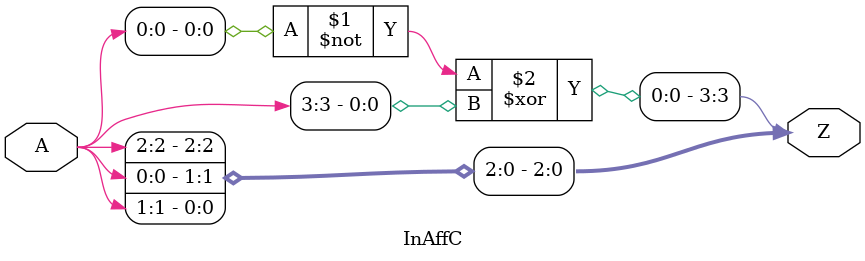
<source format=v>
module InAffC(
    input  [3:0] A,
    output [3:0] Z
    );
    assign Z[0] = A[1];
    assign Z[1] = A[0];
    assign Z[2] = A[2];
    assign Z[3] = ~ A[0] ^ A[3];
endmodule


</source>
